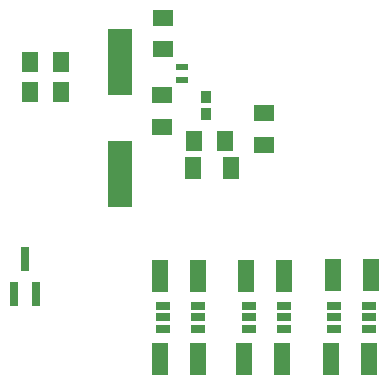
<source format=gbp>
G04*
G04 #@! TF.GenerationSoftware,Altium Limited,Altium Designer,22.5.1 (42)*
G04*
G04 Layer_Color=128*
%FSLAX44Y44*%
%MOMM*%
G71*
G04*
G04 #@! TF.SameCoordinates,B7139921-243E-46E6-831D-1EB255EF57CC*
G04*
G04*
G04 #@! TF.FilePolarity,Positive*
G04*
G01*
G75*
%ADD23R,1.8200X1.4400*%
%ADD30R,1.3500X1.9000*%
%ADD31R,1.4400X1.8200*%
%ADD71R,1.0000X0.5500*%
%ADD72R,0.9700X1.0000*%
%ADD73R,2.1000X5.6000*%
%ADD74R,0.8000X2.0000*%
%ADD75R,1.3500X2.8000*%
G04:AMPARAMS|DCode=76|XSize=0.65mm|YSize=1.2mm|CornerRadius=0.0488mm|HoleSize=0mm|Usage=FLASHONLY|Rotation=270.000|XOffset=0mm|YOffset=0mm|HoleType=Round|Shape=RoundedRectangle|*
%AMROUNDEDRECTD76*
21,1,0.6500,1.1025,0,0,270.0*
21,1,0.5525,1.2000,0,0,270.0*
1,1,0.0975,-0.5513,-0.2763*
1,1,0.0975,-0.5513,0.2763*
1,1,0.0975,0.5513,0.2763*
1,1,0.0975,0.5513,-0.2763*
%
%ADD76ROUNDEDRECTD76*%
D23*
X158000Y320360D02*
D03*
Y293640D02*
D03*
X157000Y227640D02*
D03*
Y254360D02*
D03*
X243000Y212640D02*
D03*
Y239360D02*
D03*
D30*
X183000Y193000D02*
D03*
X215000D02*
D03*
D31*
X71360Y283000D02*
D03*
X44640D02*
D03*
Y257000D02*
D03*
X71360D02*
D03*
X183640Y216000D02*
D03*
X210360D02*
D03*
D71*
X174000Y267666D02*
D03*
Y278334D02*
D03*
D72*
X194000Y238650D02*
D03*
Y253350D02*
D03*
D73*
X121000Y187500D02*
D03*
Y282500D02*
D03*
D74*
X41014Y116028D02*
D03*
X31500Y85972D02*
D03*
X50500D02*
D03*
D75*
X155500Y101500D02*
D03*
X187500D02*
D03*
X228000D02*
D03*
X260000D02*
D03*
X258500Y31500D02*
D03*
X226500D02*
D03*
X302000Y102000D02*
D03*
X334000D02*
D03*
X332000Y31000D02*
D03*
X300000D02*
D03*
X187500Y31500D02*
D03*
X155500D02*
D03*
D76*
X302750Y57000D02*
D03*
Y66500D02*
D03*
Y76000D02*
D03*
X332250D02*
D03*
Y66500D02*
D03*
Y57000D02*
D03*
X157750D02*
D03*
Y66500D02*
D03*
Y76000D02*
D03*
X187250D02*
D03*
Y66500D02*
D03*
Y57000D02*
D03*
X230250D02*
D03*
Y66500D02*
D03*
Y76000D02*
D03*
X259750D02*
D03*
Y66500D02*
D03*
Y57000D02*
D03*
M02*

</source>
